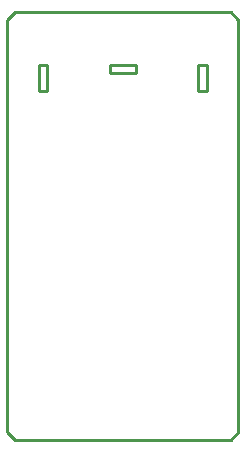
<source format=gbr>
G04 EAGLE Gerber RS-274X export*
G75*
%MOMM*%
%FSLAX34Y34*%
%LPD*%
%IN*%
%IPPOS*%
%AMOC8*
5,1,8,0,0,1.08239X$1,22.5*%
G01*
%ADD10C,0.254000*%


D10*
X0Y6350D02*
X6350Y0D01*
X189230Y0D01*
X195580Y6350D01*
X195580Y355600D01*
X189230Y361950D01*
X6350Y361950D01*
X0Y355600D01*
X0Y6350D01*
X86790Y310648D02*
X108790Y310648D01*
X108790Y317648D01*
X86790Y317648D01*
X86790Y310648D01*
X161790Y295148D02*
X168790Y295148D01*
X168790Y317148D01*
X161790Y317148D01*
X161790Y295148D01*
X26790Y295148D02*
X33790Y295148D01*
X33790Y317148D01*
X26790Y317148D01*
X26790Y295148D01*
M02*

</source>
